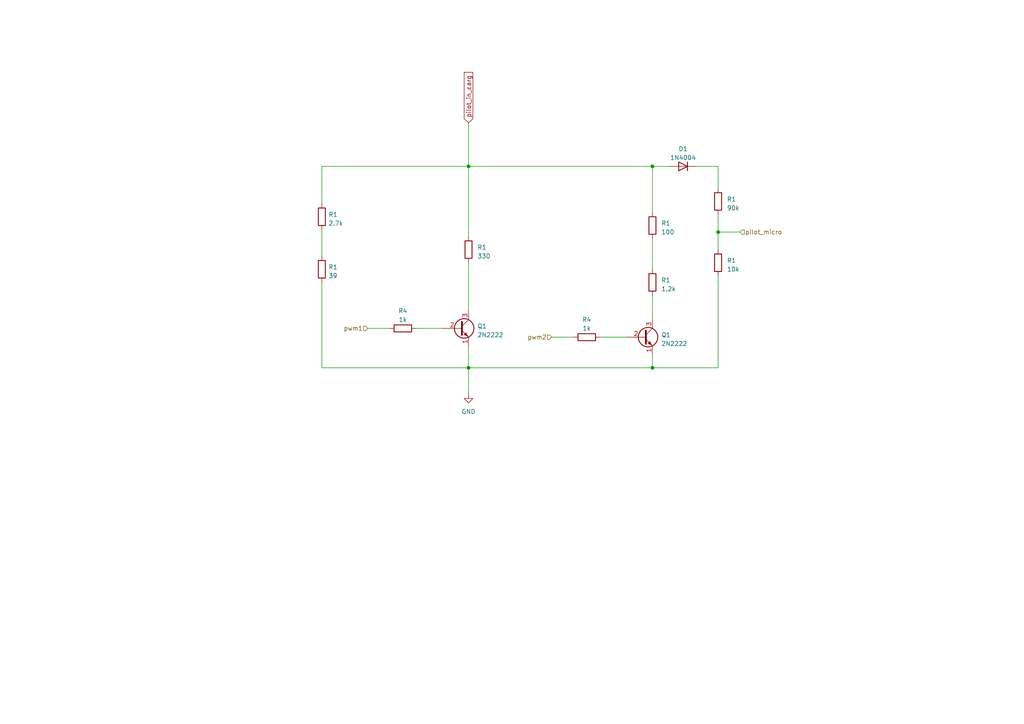
<source format=kicad_sch>
(kicad_sch (version 20230121) (generator eeschema)
  (paper "A4")
  (lib_symbols
    (symbol "Device:R" (pin_numbers hide) (pin_names (offset 0))
      (property "Reference" "R" (at 2.032 0 90))
      (property "Value" "R" (at 0 0 90))
      (symbol "R_0_1"
        (rectangle (start -1.016 -2.54) (end 1.016 2.54) (stroke (width 0.254)))
      )
      (symbol "R_1_1"
        (pin passive line (at 0 3.81 270) (length 1.27) (name "~") (number "1"))
        (pin passive line (at 0 -3.81 90) (length 1.27) (name "~") (number "2"))
      )
    )
    (symbol "Diode:1N4004" (pin_numbers hide) (pin_names hide)
      (property "Reference" "D" (at 0 2.54 0))
      (property "Value" "1N4004" (at 0 -2.54 0))
      (symbol "1N4004_0_1"
        (polyline (pts (xy -1.27 1.27) (xy -1.27 -1.27)) (stroke (width 0.254)))
        (polyline (pts (xy 1.27 0) (xy -1.27 0)))
        (polyline (pts (xy 1.27 1.27) (xy 1.27 -1.27) (xy -1.27 0) (xy 1.27 1.27)) (stroke (width 0.254)))
      )
      (symbol "1N4004_1_1"
        (pin passive line (at -3.81 0 0) (length 2.54) (name "K") (number "1"))
        (pin passive line (at 3.81 0 180) (length 2.54) (name "A") (number "2"))
      )
    )
    (symbol "Transistor_BJT:2N2219" (pin_names (offset 0) hide)
      (property "Reference" "Q" (at 5.08 1.905 0))
      (property "Value" "2N2219" (at 5.08 0 0))
      (symbol "2N2219_0_1"
        (polyline (pts (xy 0.635 0.635) (xy 2.54 2.54)))
        (polyline (pts (xy 0.635 -0.635) (xy 2.54 -2.54) (xy 2.54 -2.54)))
        (polyline (pts (xy 0.635 1.905) (xy 0.635 -1.905) (xy 0.635 -1.905)) (stroke (width 0.508)))
        (polyline (pts (xy 1.27 -1.778) (xy 1.778 -1.27) (xy 2.286 -2.286) (xy 1.27 -1.778) (xy 1.27 -1.778)) (fill (type outline)))
        (circle (center 1.27 0) (radius 2.8194) (stroke (width 0.254)))
      )
      (symbol "2N2219_1_1"
        (pin passive line (at 2.54 -5.08 90) (length 2.54) (name "E") (number "1"))
        (pin passive line (at -5.08 0 0) (length 5.715) (name "B") (number "2"))
        (pin passive line (at 2.54 5.08 270) (length 2.54) (name "C") (number "3"))
      )
    )
    (symbol "power:GND" (power) (pin_names (offset 0))
      (property "Value" "GND" (at 0 -3.81 0))
      (symbol "GND_0_1"
        (polyline (pts (xy 0 0) (xy 0 -1.27) (xy 1.27 -1.27) (xy 0 -2.54) (xy -1.27 -1.27) (xy 0 -1.27)))
      )
      (symbol "GND_1_1"
        (pin power_in line (at 0 0 270) (length 0) hide (name "GND") (number "1"))
      )
    )
  )
  (junction (at 189.23 48.26))
  (junction (at 208.28 67.31))
  (junction (at 135.89 48.26))
  (junction (at 189.23 106.68))
  (junction (at 135.89 106.68))
  (wire (pts (xy 189.23 78.105) (xy 189.23 69.215)))
  (wire (pts (xy 189.23 102.87) (xy 189.23 106.68)))
  (wire (pts (xy 93.345 48.26) (xy 135.89 48.26)))
  (wire (pts (xy 160.02 97.79) (xy 166.37 97.79)))
  (wire (pts (xy 93.345 106.68) (xy 135.89 106.68)))
  (wire (pts (xy 189.23 48.26) (xy 194.31 48.26)))
  (wire (pts (xy 173.99 97.79) (xy 181.61 97.79)))
  (wire (pts (xy 93.345 81.915) (xy 93.345 106.68)))
  (wire (pts (xy 208.28 106.68) (xy 189.23 106.68)))
  (wire (pts (xy 135.89 76.2) (xy 135.89 90.17)))
  (wire (pts (xy 208.28 48.26) (xy 208.28 54.61)))
  (wire (pts (xy 208.28 80.01) (xy 208.28 106.68)))
  (wire (pts (xy 106.68 95.25) (xy 113.03 95.25)))
  (wire (pts (xy 93.345 59.055) (xy 93.345 48.26)))
  (wire (pts (xy 201.93 48.26) (xy 208.28 48.26)))
  (wire (pts (xy 189.23 61.595) (xy 189.23 48.26)))
  (wire (pts (xy 135.89 106.68) (xy 135.89 114.3)))
  (wire (pts (xy 208.28 67.31) (xy 214.63 67.31)))
  (wire (pts (xy 93.345 66.675) (xy 93.345 74.295)))
  (wire (pts (xy 120.65 95.25) (xy 128.27 95.25)))
  (wire (pts (xy 189.23 106.68) (xy 135.89 106.68)))
  (wire (pts (xy 135.89 48.26) (xy 135.89 68.58)))
  (wire (pts (xy 135.89 48.26) (xy 189.23 48.26)))
  (wire (pts (xy 135.89 100.33) (xy 135.89 106.68)))
  (wire (pts (xy 208.28 62.23) (xy 208.28 67.31)))
  (wire (pts (xy 135.89 35.56) (xy 135.89 48.26)))
  (wire (pts (xy 208.28 67.31) (xy 208.28 72.39)))
  (wire (pts (xy 189.23 92.71) (xy 189.23 85.725)))
  (global_label "pilot_in_carg" (shape input) (at 135.89 35.56 90) (property "Intersheetrefs" "${INTERSHEET_REFS}" (effects hide)))
  (hierarchical_label "pwm2" (shape input) (at 160.02 97.79 180))
  (hierarchical_label "pilot_micro" (shape input) (at 214.63 67.31 0))
  (hierarchical_label "pwm1" (shape input) (at 106.68 95.25 180))
  (symbol (lib_id "Device:R") (at 93.345 62.865 0) (unit 1)
    (property "Reference" "R1" (at 95.25 62.23 0) (effects (justify left)))
    (property "Value" "2.7k" (at 95.25 64.77 0) (effects (justify left)))
    (property "Footprint" "Resistor_THT:R_Axial_DIN0411_L9.9mm_D3.6mm_P12.70mm_Horizontal" (effects hide))
    (instances (project "simulacion_Carro" (path "" (reference "R1") (unit 1)) (path "" (reference "R1") (unit 1)) (path "" (reference "R2") (unit 1))))
  )
  (symbol (lib_id "Transistor_BJT:2N2219") (at 133.35 95.25 0) (unit 1)
    (property "Reference" "Q1" (at 138.43 94.615 0) (effects (justify left)))
    (property "Value" "2N2222" (at 138.43 97.155 0) (effects (justify left)))
    (property "Footprint" "Package_TO_SOT_THT:TO-92_Inline" (effects hide))
    (property "Datasheet" "http://www.onsemi.com/pub_link/Collateral/2N2219-D.PDF" (effects hide))
    (instances (project "simulacion_Carro" (path "" (reference "Q1") (unit 1)) (path "" (reference "Q1") (unit 1)) (path "" (reference "Q2") (unit 1))))
  )
  (symbol (lib_id "Transistor_BJT:2N2219") (at 186.69 97.79 0) (unit 1)
    (property "Reference" "Q1" (at 191.77 97.155 0) (effects (justify left)))
    (property "Value" "2N2222" (at 191.77 99.695 0) (effects (justify left)))
    (property "Footprint" "Package_TO_SOT_THT:TO-92_Inline" (effects hide))
    (property "Datasheet" "http://www.onsemi.com/pub_link/Collateral/2N2219-D.PDF" (effects hide))
    (instances (project "simulacion_Carro" (path "" (reference "Q1") (unit 1)) (path "" (reference "Q1") (unit 1)) (path "" (reference "Q3") (unit 1))))
  )
  (symbol (lib_id "Device:R") (at 116.84 95.25 90) (unit 1)
    (property "Reference" "R4" (at 116.84 90.17 90))
    (property "Value" "1k" (at 116.84 92.71 90))
    (property "Footprint" "Resistor_THT:R_Axial_DIN0411_L9.9mm_D3.6mm_P12.70mm_Horizontal" (effects hide))
    (instances (project "simulacion_Carro" (path "" (reference "R4") (unit 1)) (path "" (reference "R4") (unit 1)) (path "" (reference "R3") (unit 1))))
  )
  (symbol (lib_id "Device:R") (at 135.89 72.39 0) (unit 1)
    (property "Reference" "R1" (at 138.43 71.755 0) (effects (justify left)))
    (property "Value" "330" (at 138.43 74.295 0) (effects (justify left)))
    (property "Footprint" "Resistor_THT:R_Axial_DIN0411_L9.9mm_D3.6mm_P12.70mm_Horizontal" (effects hide))
    (instances (project "simulacion_Carro" (path "" (reference "R1") (unit 1)) (path "" (reference "R1") (unit 1)) (path "" (reference "R4") (unit 1))))
  )
  (symbol (lib_id "Diode:1N4004") (at 198.12 48.26 180) (unit 1)
    (property "Reference" "D1" (at 198.12 43.18 0))
    (property "Value" "1N4004" (at 198.12 45.72 0))
    (property "Footprint" "Diode_THT:D_DO-41_SOD81_P10.16mm_Horizontal" (effects hide))
    (property "Datasheet" "http://www.vishay.com/docs/88503/1n4001.pdf" (effects hide))
    (property "Sim.Device" "D" (effects hide))
    (property "Sim.Pins" "1=K 2=A" (effects hide))
  )
  (symbol (lib_id "Device:R") (at 189.23 65.405 0) (unit 1)
    (property "Reference" "R1" (at 191.77 64.77 0) (effects (justify left)))
    (property "Value" "100" (at 191.77 67.31 0) (effects (justify left)))
    (property "Footprint" "Resistor_THT:R_Axial_DIN0411_L9.9mm_D3.6mm_P12.70mm_Horizontal" (effects hide))
    (instances (project "simulacion_Carro" (path "" (reference "R1") (unit 1)) (path "" (reference "R1") (unit 1)) (path "" (reference "R8") (unit 1))))
  )
  (symbol (lib_id "Device:R") (at 208.28 76.2 0) (unit 1)
    (property "Reference" "R1" (at 210.82 75.565 0) (effects (justify left)))
    (property "Value" "10k" (at 210.82 78.105 0) (effects (justify left)))
    (property "Footprint" "Resistor_THT:R_Axial_DIN0411_L9.9mm_D3.6mm_P12.70mm_Horizontal" (effects hide))
    (instances (project "simulacion_Carro" (path "" (reference "R1") (unit 1)) (path "" (reference "R1") (unit 1)) (path "" (reference "R7") (unit 1))))
  )
  (symbol (lib_id "Device:R") (at 93.345 78.105 0) (unit 1)
    (property "Reference" "R1" (at 95.25 77.47 0) (effects (justify left)))
    (property "Value" "39" (at 95.25 80.01 0) (effects (justify left)))
    (property "Footprint" "Resistor_THT:R_Axial_DIN0411_L9.9mm_D3.6mm_P12.70mm_Horizontal" (effects hide))
    (instances (project "simulacion_Carro" (path "" (reference "R1") (unit 1)) (path "" (reference "R1") (unit 1)) (path "" (reference "R9") (unit 1))))
  )
  (symbol (lib_id "power:GND") (at 135.89 114.3 0) (unit 1)
    (property "Reference" "#PWR07" (effects hide))
    (property "Value" "GND" (at 135.89 119.38 0))
  )
  (symbol (lib_id "Device:R") (at 170.18 97.79 90) (unit 1)
    (property "Reference" "R4" (at 170.18 92.71 90))
    (property "Value" "1k" (at 170.18 95.25 90))
    (property "Footprint" "Resistor_THT:R_Axial_DIN0411_L9.9mm_D3.6mm_P12.70mm_Horizontal" (effects hide))
    (instances (project "simulacion_Carro" (path "" (reference "R4") (unit 1)) (path "" (reference "R4") (unit 1)) (path "" (reference "R5") (unit 1))))
  )
  (symbol (lib_id "Device:R") (at 189.23 81.915 0) (unit 1)
    (property "Reference" "R1" (at 191.77 81.28 0) (effects (justify left)))
    (property "Value" "1.2k" (at 191.77 83.82 0) (effects (justify left)))
    (property "Footprint" "Resistor_THT:R_Axial_DIN0411_L9.9mm_D3.6mm_P12.70mm_Horizontal" (effects hide))
    (instances (project "simulacion_Carro" (path "" (reference "R1") (unit 1)) (path "" (reference "R1") (unit 1)) (path "" (reference "R6") (unit 1))))
  )
  (symbol (lib_id "Device:R") (at 208.28 58.42 0) (unit 1)
    (property "Reference" "R1" (at 210.82 57.785 0) (effects (justify left)))
    (property "Value" "90k" (at 210.82 60.325 0) (effects (justify left)))
    (property "Footprint" "Resistor_THT:R_Axial_DIN0411_L9.9mm_D3.6mm_P12.70mm_Horizontal" (effects hide))
  )
)
</source>
